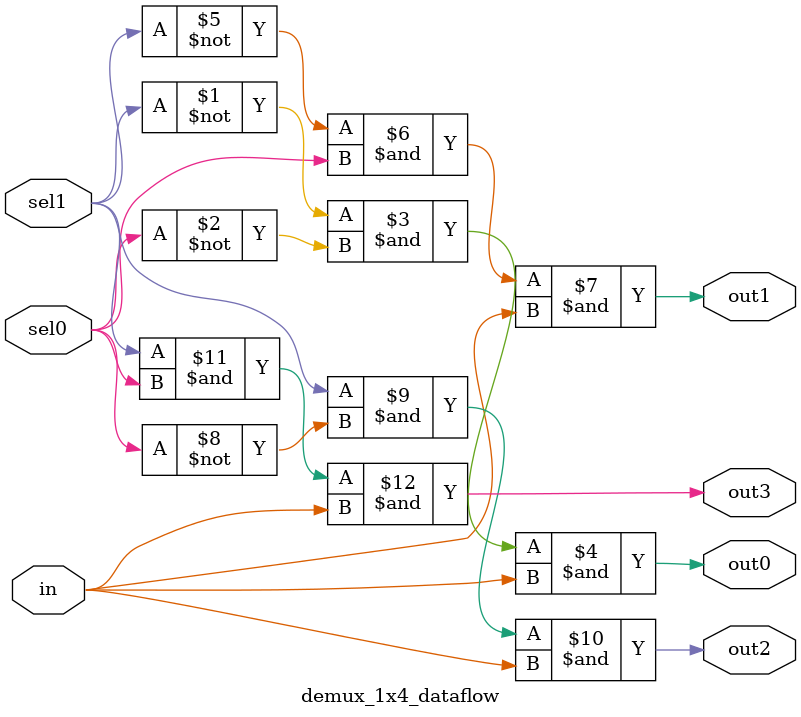
<source format=v>
`timescale 1ns / 1ps


module halfsubtractor_1x4demux(input a,b,output wire diff,borrow);
wire out0,out2,out3;
demux_1x4_dataflow u1(1,a,b,out0,borrow,out2,out3);
or u2(diff,borrow,out2);
endmodule

module demux_1x4_dataflow(input in,sel1,sel0,output out0,out1,out2,out3);
assign out0=~sel1&~sel0&in;
assign out1=~sel1&sel0&in;
assign out2=sel1&~sel0&in;
assign out3=sel1&sel0&in;
endmodule
</source>
